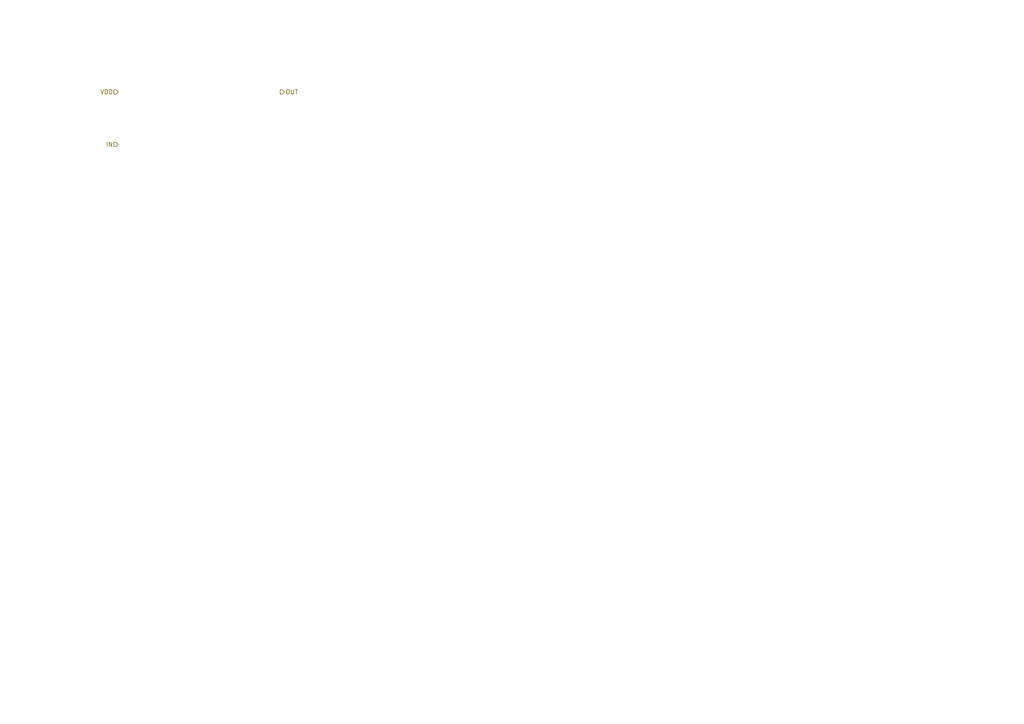
<source format=kicad_sch>
(kicad_sch
	(version 20231120)
	(generator "eeschema")
	(generator_version "8.0")
	(uuid "5911463e-6a8b-45d2-9ef1-4951457f2566")
	(paper "A4")
	(lib_symbols)
	(hierarchical_label "OUT"
		(shape output)
		(at 81.28 26.67 0)
		(fields_autoplaced yes)
		(effects
			(font
				(size 1.27 1.27)
			)
			(justify left)
		)
		(uuid "0af5e3c4-1983-4247-b4fb-a61448f1481f")
	)
	(hierarchical_label "VDD"
		(shape input)
		(at 34.29 26.67 180)
		(fields_autoplaced yes)
		(effects
			(font
				(size 1.27 1.27)
			)
			(justify right)
		)
		(uuid "3f6a9be6-9d61-4967-a099-d1cbd1136de4")
	)
	(hierarchical_label "IN"
		(shape input)
		(at 34.29 41.91 180)
		(fields_autoplaced yes)
		(effects
			(font
				(size 1.27 1.27)
			)
			(justify right)
		)
		(uuid "664b996a-abce-45c6-9044-f426049a5f84")
	)
)

</source>
